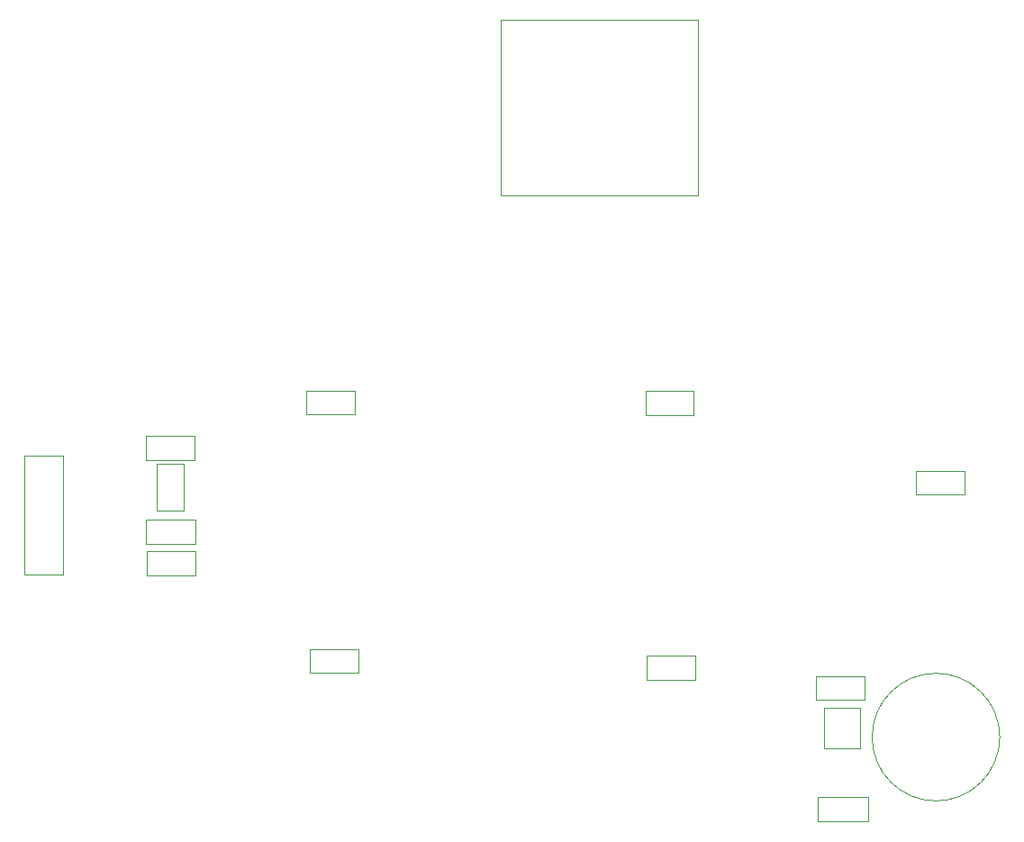
<source format=gbr>
%TF.GenerationSoftware,KiCad,Pcbnew,8.0.6*%
%TF.CreationDate,2025-07-11T21:44:03-04:00*%
%TF.ProjectId,receiver,72656365-6976-4657-922e-6b696361645f,rev?*%
%TF.SameCoordinates,Original*%
%TF.FileFunction,Other,User*%
%FSLAX46Y46*%
G04 Gerber Fmt 4.6, Leading zero omitted, Abs format (unit mm)*
G04 Created by KiCad (PCBNEW 8.0.6) date 2025-07-11 21:44:03*
%MOMM*%
%LPD*%
G01*
G04 APERTURE LIST*
%ADD10C,0.050000*%
G04 APERTURE END LIST*
D10*
%TO.C,BZ1*%
X202287407Y-139324589D02*
G75*
G02*
X190287407Y-139324589I-6000000J0D01*
G01*
X190287407Y-139324589D02*
G75*
G02*
X202287407Y-139324589I6000000J0D01*
G01*
%TO.C,BUT_R3*%
X137426727Y-131043294D02*
X141986727Y-131043294D01*
X137426727Y-133283294D02*
X137426727Y-131043294D01*
X141986727Y-131043294D02*
X141986727Y-133283294D01*
X141986727Y-133283294D02*
X137426727Y-133283294D01*
%TO.C,BUT_R1*%
X168964757Y-106792404D02*
X173524757Y-106792404D01*
X168964757Y-109032404D02*
X168964757Y-106792404D01*
X173524757Y-106792404D02*
X173524757Y-109032404D01*
X173524757Y-109032404D02*
X168964757Y-109032404D01*
%TO.C,BUZ_R1*%
X194419242Y-114302974D02*
X198979242Y-114302974D01*
X194419242Y-116542974D02*
X194419242Y-114302974D01*
X198979242Y-114302974D02*
X198979242Y-116542974D01*
X198979242Y-116542974D02*
X194419242Y-116542974D01*
%TO.C,BUT_R4*%
X137070533Y-106733039D02*
X141630533Y-106733039D01*
X137070533Y-108973039D02*
X137070533Y-106733039D01*
X141630533Y-106733039D02*
X141630533Y-108973039D01*
X141630533Y-108973039D02*
X137070533Y-108973039D01*
%TO.C,LLS_C1*%
X122003004Y-110983987D02*
X126603004Y-110983987D01*
X122003004Y-113283987D02*
X122003004Y-110983987D01*
X126603004Y-110983987D02*
X126603004Y-113283987D01*
X126603004Y-113283987D02*
X122003004Y-113283987D01*
%TO.C,J4*%
X110615550Y-112838730D02*
X110615550Y-124038730D01*
X110615550Y-124038730D02*
X114215550Y-124038730D01*
X114215550Y-112838730D02*
X110615550Y-112838730D01*
X114215550Y-124038730D02*
X114215550Y-112838730D01*
%TO.C,U5*%
X123032048Y-118058266D02*
X123032048Y-113628266D01*
X125532048Y-113628266D02*
X123032048Y-113628266D01*
X125532048Y-118058266D02*
X123032048Y-118058266D01*
X125532048Y-118058266D02*
X125532048Y-113628266D01*
%TO.C,BUZ_D1*%
X185192870Y-144977445D02*
X189892870Y-144977445D01*
X185192870Y-147277445D02*
X185192870Y-144977445D01*
X189892870Y-147277445D02*
X185192870Y-147277445D01*
X189892870Y-147277445D02*
X189892870Y-144977445D01*
%TO.C,Q1*%
X185740594Y-136553976D02*
X185740594Y-140393976D01*
X185740594Y-140393976D02*
X189140594Y-140393976D01*
X189140594Y-136553976D02*
X185740594Y-136553976D01*
X189140594Y-140393976D02*
X189140594Y-136553976D01*
%TO.C,LLS_C2*%
X122030134Y-118837997D02*
X126630134Y-118837997D01*
X122030134Y-121137997D02*
X122030134Y-118837997D01*
X126630134Y-118837997D02*
X126630134Y-121137997D01*
X126630134Y-121137997D02*
X122030134Y-121137997D01*
%TO.C,LLS_R2*%
X122078056Y-121883474D02*
X126638056Y-121883474D01*
X122078056Y-124123474D02*
X122078056Y-121883474D01*
X126638056Y-121883474D02*
X126638056Y-124123474D01*
X126638056Y-124123474D02*
X122078056Y-124123474D01*
%TO.C,RF1*%
X155374215Y-71905492D02*
X173874215Y-71905492D01*
X155374215Y-88405492D02*
X155374215Y-71905492D01*
X155374215Y-88405492D02*
X173874215Y-88405492D01*
X173874215Y-71905492D02*
X173874215Y-88405492D01*
%TO.C,BUZ_R2*%
X185027286Y-133568525D02*
X189587286Y-133568525D01*
X185027286Y-135808525D02*
X185027286Y-133568525D01*
X189587286Y-133568525D02*
X189587286Y-135808525D01*
X189587286Y-135808525D02*
X185027286Y-135808525D01*
%TO.C,BUT_R2*%
X169090909Y-131696316D02*
X173650909Y-131696316D01*
X169090909Y-133936316D02*
X169090909Y-131696316D01*
X173650909Y-131696316D02*
X173650909Y-133936316D01*
X173650909Y-133936316D02*
X169090909Y-133936316D01*
%TD*%
M02*

</source>
